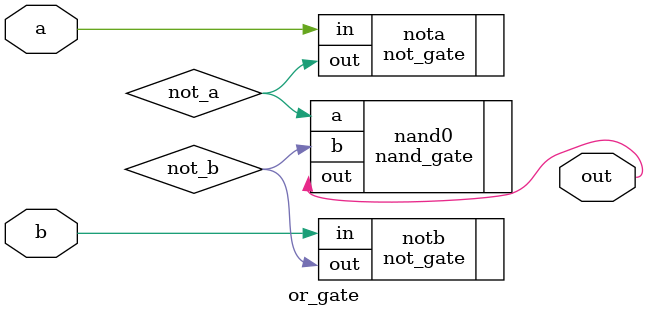
<source format=v>
module or_gate(
    input  a,
    input  b,
    output out
);
    wire not_a, not_b;

    not_gate nota(
        .in     (a),
        .out    (not_a)
    );

    not_gate notb(
        .in     (b),
        .out    (not_b)
    );

    nand_gate nand0(
        .a      (not_a),
        .b      (not_b),
        .out    (out)
    );
endmodule
</source>
